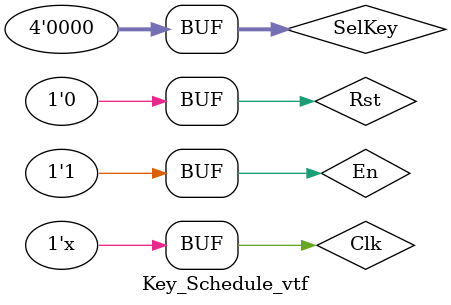
<source format=v>
`timescale 1ns / 1ps


module Key_Schedule_vtf;

	// Inputs
	reg En;
	reg [3:0] SelKey;
	reg Clk;
	reg Rst;

	// Outputs
	wire [127:0] Key;
	wire Ry;

	// Instantiate the Unit Under Test (UUT)
	Key_Schedule uut (
		.En(En), 
		.SelKey(SelKey), 
		.Clk(Clk), 
		.Rst(Rst), 
		.Key(Key), 
		.Ry(Ry)
	);


	always
	begin
	  #10 Clk = ~Clk; #10 Clk = ~Clk;
	end;
	
	
	initial begin
		// Initialize Inputs
		
		
		Clk = 0;
		Rst = 0;
		En = 0;
		SelKey = 0;

		// Wait 100 ns for global reset to finish
		#100;
        
		// Add stimulus here
		Rst = 1; #50;
		Rst = 0; En = 1; #1500; SelKey = 4'b0000; #10;
//		En = 0; SelKey = 4'b0000; Rst = 0; #10;
//		En = 0; SelKey = 4'b0001; Rst = 0; #10;
//		En = 0; SelKey = 4'b0010; Rst = 0; #10;
//		En = 0; SelKey = 4'b1010; Rst = 0; #10;

	end
      
endmodule


</source>
